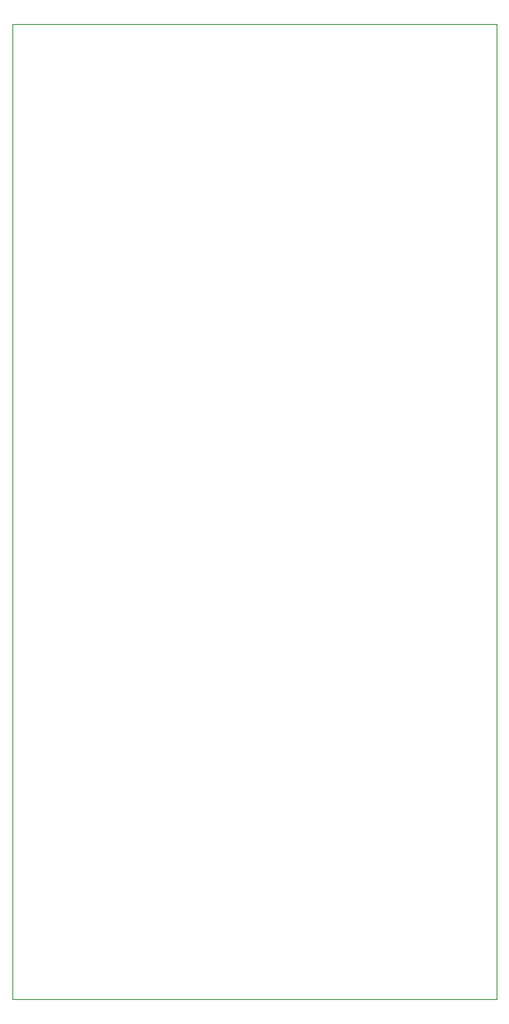
<source format=gbr>
G04 #@! TF.GenerationSoftware,KiCad,Pcbnew,(5.1.0)-1*
G04 #@! TF.CreationDate,2019-04-22T00:57:04-04:00*
G04 #@! TF.ProjectId,cem3340-module_REDDIT,63656d33-3334-4302-9d6d-6f64756c655f,rev?*
G04 #@! TF.SameCoordinates,Original*
G04 #@! TF.FileFunction,Profile,NP*
%FSLAX46Y46*%
G04 Gerber Fmt 4.6, Leading zero omitted, Abs format (unit mm)*
G04 Created by KiCad (PCBNEW (5.1.0)-1) date 2019-04-22 00:57:04*
%MOMM*%
%LPD*%
G04 APERTURE LIST*
%ADD10C,0.100000*%
G04 APERTURE END LIST*
D10*
X190500000Y-150495000D02*
X240030000Y-150495000D01*
X240030000Y-50800000D02*
X240030000Y-150495000D01*
X190500000Y-50800000D02*
X240030000Y-50800000D01*
X190500000Y-50800000D02*
X190500000Y-150495000D01*
M02*

</source>
